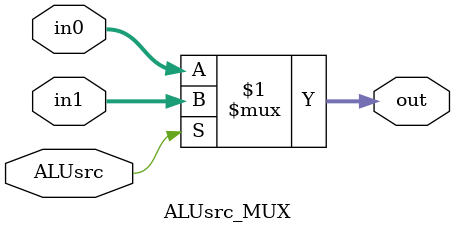
<source format=sv>
module ALUsrc_MUX #(
    DATA_WIDTH = 32
) (
    input   logic [DATA_WIDTH-1:0]  in0,
    input   logic [DATA_WIDTH-1:0]  in1,
    input   logic                   ALUsrc,
    output  logic [DATA_WIDTH-1:0]  out
);
    assign out = ALUsrc ? in1 : in0;

endmodule
</source>
